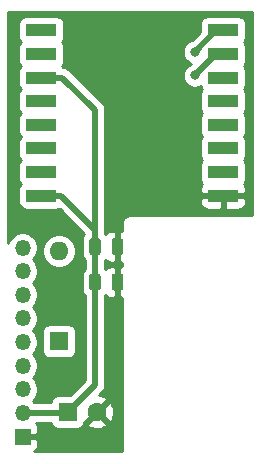
<source format=gtl>
G04 #@! TF.GenerationSoftware,KiCad,Pcbnew,(5.1.8)-1*
G04 #@! TF.CreationDate,2020-12-06T15:56:29+10:30*
G04 #@! TF.ProjectId,ArlecFanESP,41726c65-6346-4616-9e45-53502e6b6963,rev?*
G04 #@! TF.SameCoordinates,Original*
G04 #@! TF.FileFunction,Copper,L1,Top*
G04 #@! TF.FilePolarity,Positive*
%FSLAX46Y46*%
G04 Gerber Fmt 4.6, Leading zero omitted, Abs format (unit mm)*
G04 Created by KiCad (PCBNEW (5.1.8)-1) date 2020-12-06 15:56:29*
%MOMM*%
%LPD*%
G01*
G04 APERTURE LIST*
G04 #@! TA.AperFunction,SMDPad,CuDef*
%ADD10R,2.600000X1.100000*%
G04 #@! TD*
G04 #@! TA.AperFunction,ComponentPad*
%ADD11O,1.600000X1.600000*%
G04 #@! TD*
G04 #@! TA.AperFunction,ComponentPad*
%ADD12R,1.600000X1.600000*%
G04 #@! TD*
G04 #@! TA.AperFunction,ComponentPad*
%ADD13O,1.350000X1.350000*%
G04 #@! TD*
G04 #@! TA.AperFunction,ComponentPad*
%ADD14R,1.350000X1.350000*%
G04 #@! TD*
G04 #@! TA.AperFunction,ComponentPad*
%ADD15C,1.600000*%
G04 #@! TD*
G04 #@! TA.AperFunction,ViaPad*
%ADD16C,0.800000*%
G04 #@! TD*
G04 #@! TA.AperFunction,Conductor*
%ADD17C,0.250000*%
G04 #@! TD*
G04 #@! TA.AperFunction,Conductor*
%ADD18C,0.500000*%
G04 #@! TD*
G04 #@! TA.AperFunction,Conductor*
%ADD19C,0.254000*%
G04 #@! TD*
G04 #@! TA.AperFunction,Conductor*
%ADD20C,0.100000*%
G04 #@! TD*
G04 APERTURE END LIST*
G04 #@! TA.AperFunction,SMDPad,CuDef*
G36*
G01*
X129450000Y-118475000D02*
X129450000Y-117525000D01*
G75*
G02*
X129700000Y-117275000I250000J0D01*
G01*
X130200000Y-117275000D01*
G75*
G02*
X130450000Y-117525000I0J-250000D01*
G01*
X130450000Y-118475000D01*
G75*
G02*
X130200000Y-118725000I-250000J0D01*
G01*
X129700000Y-118725000D01*
G75*
G02*
X129450000Y-118475000I0J250000D01*
G01*
G37*
G04 #@! TD.AperFunction*
G04 #@! TA.AperFunction,SMDPad,CuDef*
G36*
G01*
X127550000Y-118475000D02*
X127550000Y-117525000D01*
G75*
G02*
X127800000Y-117275000I250000J0D01*
G01*
X128300000Y-117275000D01*
G75*
G02*
X128550000Y-117525000I0J-250000D01*
G01*
X128550000Y-118475000D01*
G75*
G02*
X128300000Y-118725000I-250000J0D01*
G01*
X127800000Y-118725000D01*
G75*
G02*
X127550000Y-118475000I0J250000D01*
G01*
G37*
G04 #@! TD.AperFunction*
G04 #@! TA.AperFunction,SMDPad,CuDef*
G36*
G01*
X129450000Y-121475000D02*
X129450000Y-120525000D01*
G75*
G02*
X129700000Y-120275000I250000J0D01*
G01*
X130200000Y-120275000D01*
G75*
G02*
X130450000Y-120525000I0J-250000D01*
G01*
X130450000Y-121475000D01*
G75*
G02*
X130200000Y-121725000I-250000J0D01*
G01*
X129700000Y-121725000D01*
G75*
G02*
X129450000Y-121475000I0J250000D01*
G01*
G37*
G04 #@! TD.AperFunction*
G04 #@! TA.AperFunction,SMDPad,CuDef*
G36*
G01*
X127550000Y-121475000D02*
X127550000Y-120525000D01*
G75*
G02*
X127800000Y-120275000I250000J0D01*
G01*
X128300000Y-120275000D01*
G75*
G02*
X128550000Y-120525000I0J-250000D01*
G01*
X128550000Y-121475000D01*
G75*
G02*
X128300000Y-121725000I-250000J0D01*
G01*
X127800000Y-121725000D01*
G75*
G02*
X127550000Y-121475000I0J250000D01*
G01*
G37*
G04 #@! TD.AperFunction*
D10*
X123499758Y-99680000D03*
X123499758Y-101680000D03*
X123499758Y-103680000D03*
X123499758Y-105680000D03*
X123499758Y-107680000D03*
X123499758Y-109680000D03*
X123499758Y-111680000D03*
X123499758Y-113680000D03*
X138899758Y-113680000D03*
X138899758Y-111680000D03*
X138899758Y-109680000D03*
X138899758Y-107680000D03*
X138899758Y-105680000D03*
X138899758Y-103680000D03*
X138899758Y-101680000D03*
X138899758Y-99680000D03*
D11*
X125000000Y-118380000D03*
D12*
X125000000Y-126000000D03*
D13*
X121920000Y-118080000D03*
X121920000Y-120080000D03*
X121920000Y-122080000D03*
X121920000Y-124080000D03*
X121920000Y-126080000D03*
X121920000Y-128080000D03*
X121920000Y-130080000D03*
X121920000Y-132080000D03*
D14*
X121920000Y-134080000D03*
D15*
X128230000Y-132000000D03*
D12*
X125730000Y-132000000D03*
D16*
X126000000Y-99500000D03*
X136500000Y-99500000D03*
X136500000Y-113500000D03*
X124500000Y-129000000D03*
X122000000Y-116000000D03*
X136500000Y-101500000D03*
X136500000Y-103500000D03*
D17*
X138899758Y-113680000D02*
X138899758Y-113830242D01*
X123499758Y-103680000D02*
X124000000Y-103680000D01*
X123934760Y-103680000D02*
X123499758Y-103680000D01*
D18*
X125650000Y-132080000D02*
X125730000Y-132000000D01*
X121920000Y-132080000D02*
X125650000Y-132080000D01*
X128050000Y-129680000D02*
X128050000Y-121000000D01*
X125730000Y-132000000D02*
X128050000Y-129680000D01*
X128050000Y-121000000D02*
X128050000Y-118000000D01*
X125299758Y-103680000D02*
X123499758Y-103680000D01*
X128050000Y-106430242D02*
X125299758Y-103680000D01*
X128050000Y-118000000D02*
X128050000Y-106430242D01*
X128050000Y-118000000D02*
X128050000Y-116550000D01*
X125180000Y-113680000D02*
X123499758Y-113680000D01*
X128050000Y-116550000D02*
X125180000Y-113680000D01*
X138320000Y-99680000D02*
X136500000Y-101500000D01*
X138899758Y-99680000D02*
X138320000Y-99680000D01*
X138899758Y-101680000D02*
X138149758Y-101680000D01*
X138320000Y-101680000D02*
X136500000Y-103500000D01*
X138899758Y-101680000D02*
X138320000Y-101680000D01*
D19*
X141340001Y-115340000D02*
X131032419Y-115340000D01*
X131000000Y-115336807D01*
X130967581Y-115340000D01*
X130870617Y-115349550D01*
X130746207Y-115387290D01*
X130631550Y-115448575D01*
X130531052Y-115531052D01*
X130448575Y-115631550D01*
X130387290Y-115746207D01*
X130349550Y-115870617D01*
X130336807Y-116000000D01*
X130340000Y-116032419D01*
X130340000Y-116638505D01*
X130235750Y-116640000D01*
X130077000Y-116798750D01*
X130077000Y-117873000D01*
X130097000Y-117873000D01*
X130097000Y-118127000D01*
X130077000Y-118127000D01*
X130077000Y-119201250D01*
X130235750Y-119360000D01*
X130340000Y-119361495D01*
X130340000Y-119638505D01*
X130235750Y-119640000D01*
X130077000Y-119798750D01*
X130077000Y-120873000D01*
X130097000Y-120873000D01*
X130097000Y-121127000D01*
X130077000Y-121127000D01*
X130077000Y-122201250D01*
X130235750Y-122360000D01*
X130340000Y-122361495D01*
X130340001Y-135340000D01*
X122847603Y-135340000D01*
X122949494Y-135285537D01*
X123046185Y-135206185D01*
X123125537Y-135109494D01*
X123184502Y-134999180D01*
X123220812Y-134879482D01*
X123233072Y-134755000D01*
X123230000Y-134365750D01*
X123071250Y-134207000D01*
X122047000Y-134207000D01*
X122047000Y-134227000D01*
X121793000Y-134227000D01*
X121793000Y-134207000D01*
X121773000Y-134207000D01*
X121773000Y-133953000D01*
X121793000Y-133953000D01*
X121793000Y-133933000D01*
X122047000Y-133933000D01*
X122047000Y-133953000D01*
X123071250Y-133953000D01*
X123230000Y-133794250D01*
X123233072Y-133405000D01*
X123220812Y-133280518D01*
X123184502Y-133160820D01*
X123125537Y-133050506D01*
X123055364Y-132965000D01*
X124316479Y-132965000D01*
X124340498Y-133044180D01*
X124399463Y-133154494D01*
X124478815Y-133251185D01*
X124575506Y-133330537D01*
X124685820Y-133389502D01*
X124805518Y-133425812D01*
X124930000Y-133438072D01*
X126530000Y-133438072D01*
X126654482Y-133425812D01*
X126774180Y-133389502D01*
X126884494Y-133330537D01*
X126981185Y-133251185D01*
X127060537Y-133154494D01*
X127119502Y-133044180D01*
X127135117Y-132992702D01*
X127416903Y-132992702D01*
X127488486Y-133236671D01*
X127743996Y-133357571D01*
X128018184Y-133426300D01*
X128300512Y-133440217D01*
X128580130Y-133398787D01*
X128846292Y-133303603D01*
X128971514Y-133236671D01*
X129043097Y-132992702D01*
X128230000Y-132179605D01*
X127416903Y-132992702D01*
X127135117Y-132992702D01*
X127155812Y-132924482D01*
X127168072Y-132800000D01*
X127168072Y-132792785D01*
X127237298Y-132813097D01*
X128050395Y-132000000D01*
X128409605Y-132000000D01*
X129222702Y-132813097D01*
X129466671Y-132741514D01*
X129587571Y-132486004D01*
X129656300Y-132211816D01*
X129670217Y-131929488D01*
X129628787Y-131649870D01*
X129533603Y-131383708D01*
X129466671Y-131258486D01*
X129222702Y-131186903D01*
X128409605Y-132000000D01*
X128050395Y-132000000D01*
X128036253Y-131985858D01*
X128215858Y-131806253D01*
X128230000Y-131820395D01*
X129043097Y-131007298D01*
X128971514Y-130763329D01*
X128716004Y-130642429D01*
X128441816Y-130573700D01*
X128409473Y-130572106D01*
X128645050Y-130336529D01*
X128678817Y-130308817D01*
X128789411Y-130174059D01*
X128871589Y-130020313D01*
X128922195Y-129853490D01*
X128935000Y-129723477D01*
X128935000Y-129723467D01*
X128939281Y-129680001D01*
X128935000Y-129636535D01*
X128935000Y-122098426D01*
X128998815Y-122176185D01*
X129095506Y-122255537D01*
X129205820Y-122314502D01*
X129325518Y-122350812D01*
X129450000Y-122363072D01*
X129664250Y-122360000D01*
X129823000Y-122201250D01*
X129823000Y-121127000D01*
X129803000Y-121127000D01*
X129803000Y-120873000D01*
X129823000Y-120873000D01*
X129823000Y-119798750D01*
X129664250Y-119640000D01*
X129450000Y-119636928D01*
X129325518Y-119649188D01*
X129205820Y-119685498D01*
X129095506Y-119744463D01*
X128998815Y-119823815D01*
X128935000Y-119901574D01*
X128935000Y-119098426D01*
X128998815Y-119176185D01*
X129095506Y-119255537D01*
X129205820Y-119314502D01*
X129325518Y-119350812D01*
X129450000Y-119363072D01*
X129664250Y-119360000D01*
X129823000Y-119201250D01*
X129823000Y-118127000D01*
X129803000Y-118127000D01*
X129803000Y-117873000D01*
X129823000Y-117873000D01*
X129823000Y-116798750D01*
X129664250Y-116640000D01*
X129450000Y-116636928D01*
X129325518Y-116649188D01*
X129205820Y-116685498D01*
X129095506Y-116744463D01*
X128998815Y-116823815D01*
X128935000Y-116901574D01*
X128935000Y-116593469D01*
X128939281Y-116550000D01*
X128935000Y-116506531D01*
X128935000Y-114230000D01*
X136961686Y-114230000D01*
X136973946Y-114354482D01*
X137010256Y-114474180D01*
X137069221Y-114584494D01*
X137148573Y-114681185D01*
X137245264Y-114760537D01*
X137355578Y-114819502D01*
X137475276Y-114855812D01*
X137599758Y-114868072D01*
X138614008Y-114865000D01*
X138772758Y-114706250D01*
X138772758Y-113807000D01*
X139026758Y-113807000D01*
X139026758Y-114706250D01*
X139185508Y-114865000D01*
X140199758Y-114868072D01*
X140324240Y-114855812D01*
X140443938Y-114819502D01*
X140554252Y-114760537D01*
X140650943Y-114681185D01*
X140730295Y-114584494D01*
X140789260Y-114474180D01*
X140825570Y-114354482D01*
X140837830Y-114230000D01*
X140834758Y-113965750D01*
X140676008Y-113807000D01*
X139026758Y-113807000D01*
X138772758Y-113807000D01*
X137123508Y-113807000D01*
X136964758Y-113965750D01*
X136961686Y-114230000D01*
X128935000Y-114230000D01*
X128935000Y-106473711D01*
X128939281Y-106430242D01*
X128935000Y-106386773D01*
X128935000Y-106386765D01*
X128922195Y-106256752D01*
X128871589Y-106089929D01*
X128871589Y-106089928D01*
X128789411Y-105936183D01*
X128706532Y-105835195D01*
X128706530Y-105835193D01*
X128678817Y-105801425D01*
X128645049Y-105773712D01*
X125956292Y-103084956D01*
X125928575Y-103051183D01*
X125793817Y-102940589D01*
X125640071Y-102858411D01*
X125473248Y-102807805D01*
X125343235Y-102795000D01*
X125343227Y-102795000D01*
X125340575Y-102794739D01*
X125330295Y-102775506D01*
X125251916Y-102680000D01*
X125330295Y-102584494D01*
X125389260Y-102474180D01*
X125425570Y-102354482D01*
X125437830Y-102230000D01*
X125437830Y-101398061D01*
X135465000Y-101398061D01*
X135465000Y-101601939D01*
X135504774Y-101801898D01*
X135582795Y-101990256D01*
X135696063Y-102159774D01*
X135840226Y-102303937D01*
X136009744Y-102417205D01*
X136198102Y-102495226D01*
X136222103Y-102500000D01*
X136198102Y-102504774D01*
X136009744Y-102582795D01*
X135840226Y-102696063D01*
X135696063Y-102840226D01*
X135582795Y-103009744D01*
X135504774Y-103198102D01*
X135465000Y-103398061D01*
X135465000Y-103601939D01*
X135504774Y-103801898D01*
X135582795Y-103990256D01*
X135696063Y-104159774D01*
X135840226Y-104303937D01*
X136009744Y-104417205D01*
X136198102Y-104495226D01*
X136398061Y-104535000D01*
X136601939Y-104535000D01*
X136801898Y-104495226D01*
X136990256Y-104417205D01*
X136992515Y-104415696D01*
X137010256Y-104474180D01*
X137069221Y-104584494D01*
X137147600Y-104680000D01*
X137069221Y-104775506D01*
X137010256Y-104885820D01*
X136973946Y-105005518D01*
X136961686Y-105130000D01*
X136961686Y-106230000D01*
X136973946Y-106354482D01*
X137010256Y-106474180D01*
X137069221Y-106584494D01*
X137147600Y-106680000D01*
X137069221Y-106775506D01*
X137010256Y-106885820D01*
X136973946Y-107005518D01*
X136961686Y-107130000D01*
X136961686Y-108230000D01*
X136973946Y-108354482D01*
X137010256Y-108474180D01*
X137069221Y-108584494D01*
X137147600Y-108680000D01*
X137069221Y-108775506D01*
X137010256Y-108885820D01*
X136973946Y-109005518D01*
X136961686Y-109130000D01*
X136961686Y-110230000D01*
X136973946Y-110354482D01*
X137010256Y-110474180D01*
X137069221Y-110584494D01*
X137147600Y-110680000D01*
X137069221Y-110775506D01*
X137010256Y-110885820D01*
X136973946Y-111005518D01*
X136961686Y-111130000D01*
X136961686Y-112230000D01*
X136973946Y-112354482D01*
X137010256Y-112474180D01*
X137069221Y-112584494D01*
X137147600Y-112680000D01*
X137069221Y-112775506D01*
X137010256Y-112885820D01*
X136973946Y-113005518D01*
X136961686Y-113130000D01*
X136964758Y-113394250D01*
X137123508Y-113553000D01*
X138772758Y-113553000D01*
X138772758Y-113533000D01*
X139026758Y-113533000D01*
X139026758Y-113553000D01*
X140676008Y-113553000D01*
X140834758Y-113394250D01*
X140837830Y-113130000D01*
X140825570Y-113005518D01*
X140789260Y-112885820D01*
X140730295Y-112775506D01*
X140651916Y-112680000D01*
X140730295Y-112584494D01*
X140789260Y-112474180D01*
X140825570Y-112354482D01*
X140837830Y-112230000D01*
X140837830Y-111130000D01*
X140825570Y-111005518D01*
X140789260Y-110885820D01*
X140730295Y-110775506D01*
X140651916Y-110680000D01*
X140730295Y-110584494D01*
X140789260Y-110474180D01*
X140825570Y-110354482D01*
X140837830Y-110230000D01*
X140837830Y-109130000D01*
X140825570Y-109005518D01*
X140789260Y-108885820D01*
X140730295Y-108775506D01*
X140651916Y-108680000D01*
X140730295Y-108584494D01*
X140789260Y-108474180D01*
X140825570Y-108354482D01*
X140837830Y-108230000D01*
X140837830Y-107130000D01*
X140825570Y-107005518D01*
X140789260Y-106885820D01*
X140730295Y-106775506D01*
X140651916Y-106680000D01*
X140730295Y-106584494D01*
X140789260Y-106474180D01*
X140825570Y-106354482D01*
X140837830Y-106230000D01*
X140837830Y-105130000D01*
X140825570Y-105005518D01*
X140789260Y-104885820D01*
X140730295Y-104775506D01*
X140651916Y-104680000D01*
X140730295Y-104584494D01*
X140789260Y-104474180D01*
X140825570Y-104354482D01*
X140837830Y-104230000D01*
X140837830Y-103130000D01*
X140825570Y-103005518D01*
X140789260Y-102885820D01*
X140730295Y-102775506D01*
X140651916Y-102680000D01*
X140730295Y-102584494D01*
X140789260Y-102474180D01*
X140825570Y-102354482D01*
X140837830Y-102230000D01*
X140837830Y-101130000D01*
X140825570Y-101005518D01*
X140789260Y-100885820D01*
X140730295Y-100775506D01*
X140651916Y-100680000D01*
X140730295Y-100584494D01*
X140789260Y-100474180D01*
X140825570Y-100354482D01*
X140837830Y-100230000D01*
X140837830Y-99130000D01*
X140825570Y-99005518D01*
X140789260Y-98885820D01*
X140730295Y-98775506D01*
X140650943Y-98678815D01*
X140554252Y-98599463D01*
X140443938Y-98540498D01*
X140324240Y-98504188D01*
X140199758Y-98491928D01*
X137599758Y-98491928D01*
X137475276Y-98504188D01*
X137355578Y-98540498D01*
X137245264Y-98599463D01*
X137148573Y-98678815D01*
X137069221Y-98775506D01*
X137010256Y-98885820D01*
X136973946Y-99005518D01*
X136961686Y-99130000D01*
X136961686Y-99786735D01*
X136254957Y-100493465D01*
X136198102Y-100504774D01*
X136009744Y-100582795D01*
X135840226Y-100696063D01*
X135696063Y-100840226D01*
X135582795Y-101009744D01*
X135504774Y-101198102D01*
X135465000Y-101398061D01*
X125437830Y-101398061D01*
X125437830Y-101130000D01*
X125425570Y-101005518D01*
X125389260Y-100885820D01*
X125330295Y-100775506D01*
X125251916Y-100680000D01*
X125330295Y-100584494D01*
X125389260Y-100474180D01*
X125425570Y-100354482D01*
X125437830Y-100230000D01*
X125437830Y-99130000D01*
X125425570Y-99005518D01*
X125389260Y-98885820D01*
X125330295Y-98775506D01*
X125250943Y-98678815D01*
X125154252Y-98599463D01*
X125043938Y-98540498D01*
X124924240Y-98504188D01*
X124799758Y-98491928D01*
X122199758Y-98491928D01*
X122075276Y-98504188D01*
X121955578Y-98540498D01*
X121845264Y-98599463D01*
X121748573Y-98678815D01*
X121669221Y-98775506D01*
X121610256Y-98885820D01*
X121573946Y-99005518D01*
X121561686Y-99130000D01*
X121561686Y-100230000D01*
X121573946Y-100354482D01*
X121610256Y-100474180D01*
X121669221Y-100584494D01*
X121747600Y-100680000D01*
X121669221Y-100775506D01*
X121610256Y-100885820D01*
X121573946Y-101005518D01*
X121561686Y-101130000D01*
X121561686Y-102230000D01*
X121573946Y-102354482D01*
X121610256Y-102474180D01*
X121669221Y-102584494D01*
X121747600Y-102680000D01*
X121669221Y-102775506D01*
X121610256Y-102885820D01*
X121573946Y-103005518D01*
X121561686Y-103130000D01*
X121561686Y-104230000D01*
X121573946Y-104354482D01*
X121610256Y-104474180D01*
X121669221Y-104584494D01*
X121747600Y-104680000D01*
X121669221Y-104775506D01*
X121610256Y-104885820D01*
X121573946Y-105005518D01*
X121561686Y-105130000D01*
X121561686Y-106230000D01*
X121573946Y-106354482D01*
X121610256Y-106474180D01*
X121669221Y-106584494D01*
X121747600Y-106680000D01*
X121669221Y-106775506D01*
X121610256Y-106885820D01*
X121573946Y-107005518D01*
X121561686Y-107130000D01*
X121561686Y-108230000D01*
X121573946Y-108354482D01*
X121610256Y-108474180D01*
X121669221Y-108584494D01*
X121747600Y-108680000D01*
X121669221Y-108775506D01*
X121610256Y-108885820D01*
X121573946Y-109005518D01*
X121561686Y-109130000D01*
X121561686Y-110230000D01*
X121573946Y-110354482D01*
X121610256Y-110474180D01*
X121669221Y-110584494D01*
X121747600Y-110680000D01*
X121669221Y-110775506D01*
X121610256Y-110885820D01*
X121573946Y-111005518D01*
X121561686Y-111130000D01*
X121561686Y-112230000D01*
X121573946Y-112354482D01*
X121610256Y-112474180D01*
X121669221Y-112584494D01*
X121747600Y-112680000D01*
X121669221Y-112775506D01*
X121610256Y-112885820D01*
X121573946Y-113005518D01*
X121561686Y-113130000D01*
X121561686Y-114230000D01*
X121573946Y-114354482D01*
X121610256Y-114474180D01*
X121669221Y-114584494D01*
X121748573Y-114681185D01*
X121845264Y-114760537D01*
X121955578Y-114819502D01*
X122075276Y-114855812D01*
X122199758Y-114868072D01*
X124799758Y-114868072D01*
X124924240Y-114855812D01*
X125043938Y-114819502D01*
X125059569Y-114811147D01*
X127160057Y-116911636D01*
X127061595Y-117031614D01*
X126979528Y-117185150D01*
X126928992Y-117351746D01*
X126911928Y-117525000D01*
X126911928Y-118475000D01*
X126928992Y-118648254D01*
X126979528Y-118814850D01*
X127061595Y-118968386D01*
X127165001Y-119094387D01*
X127165000Y-119905613D01*
X127061595Y-120031614D01*
X126979528Y-120185150D01*
X126928992Y-120351746D01*
X126911928Y-120525000D01*
X126911928Y-121475000D01*
X126928992Y-121648254D01*
X126979528Y-121814850D01*
X127061595Y-121968386D01*
X127165001Y-122094387D01*
X127165000Y-129313421D01*
X125916494Y-130561928D01*
X124930000Y-130561928D01*
X124805518Y-130574188D01*
X124685820Y-130610498D01*
X124575506Y-130669463D01*
X124478815Y-130748815D01*
X124399463Y-130845506D01*
X124340498Y-130955820D01*
X124304188Y-131075518D01*
X124292420Y-131195000D01*
X122887621Y-131195000D01*
X122772621Y-131080000D01*
X122937544Y-130915077D01*
X123080907Y-130700518D01*
X123179658Y-130462113D01*
X123230000Y-130209024D01*
X123230000Y-129950976D01*
X123179658Y-129697887D01*
X123080907Y-129459482D01*
X122937544Y-129244923D01*
X122772621Y-129080000D01*
X122937544Y-128915077D01*
X123080907Y-128700518D01*
X123179658Y-128462113D01*
X123230000Y-128209024D01*
X123230000Y-127950976D01*
X123179658Y-127697887D01*
X123080907Y-127459482D01*
X122937544Y-127244923D01*
X122772621Y-127080000D01*
X122937544Y-126915077D01*
X123080907Y-126700518D01*
X123179658Y-126462113D01*
X123230000Y-126209024D01*
X123230000Y-125950976D01*
X123179658Y-125697887D01*
X123080907Y-125459482D01*
X122937544Y-125244923D01*
X122892621Y-125200000D01*
X123561928Y-125200000D01*
X123561928Y-126800000D01*
X123574188Y-126924482D01*
X123610498Y-127044180D01*
X123669463Y-127154494D01*
X123748815Y-127251185D01*
X123845506Y-127330537D01*
X123955820Y-127389502D01*
X124075518Y-127425812D01*
X124200000Y-127438072D01*
X125800000Y-127438072D01*
X125924482Y-127425812D01*
X126044180Y-127389502D01*
X126154494Y-127330537D01*
X126251185Y-127251185D01*
X126330537Y-127154494D01*
X126389502Y-127044180D01*
X126425812Y-126924482D01*
X126438072Y-126800000D01*
X126438072Y-125200000D01*
X126425812Y-125075518D01*
X126389502Y-124955820D01*
X126330537Y-124845506D01*
X126251185Y-124748815D01*
X126154494Y-124669463D01*
X126044180Y-124610498D01*
X125924482Y-124574188D01*
X125800000Y-124561928D01*
X124200000Y-124561928D01*
X124075518Y-124574188D01*
X123955820Y-124610498D01*
X123845506Y-124669463D01*
X123748815Y-124748815D01*
X123669463Y-124845506D01*
X123610498Y-124955820D01*
X123574188Y-125075518D01*
X123561928Y-125200000D01*
X122892621Y-125200000D01*
X122772621Y-125080000D01*
X122937544Y-124915077D01*
X123080907Y-124700518D01*
X123179658Y-124462113D01*
X123230000Y-124209024D01*
X123230000Y-123950976D01*
X123179658Y-123697887D01*
X123080907Y-123459482D01*
X122937544Y-123244923D01*
X122772621Y-123080000D01*
X122937544Y-122915077D01*
X123080907Y-122700518D01*
X123179658Y-122462113D01*
X123230000Y-122209024D01*
X123230000Y-121950976D01*
X123179658Y-121697887D01*
X123080907Y-121459482D01*
X122937544Y-121244923D01*
X122772621Y-121080000D01*
X122937544Y-120915077D01*
X123080907Y-120700518D01*
X123179658Y-120462113D01*
X123230000Y-120209024D01*
X123230000Y-119950976D01*
X123179658Y-119697887D01*
X123080907Y-119459482D01*
X122937544Y-119244923D01*
X122772621Y-119080000D01*
X122937544Y-118915077D01*
X123080907Y-118700518D01*
X123179658Y-118462113D01*
X123224104Y-118238665D01*
X123565000Y-118238665D01*
X123565000Y-118521335D01*
X123620147Y-118798574D01*
X123728320Y-119059727D01*
X123885363Y-119294759D01*
X124085241Y-119494637D01*
X124320273Y-119651680D01*
X124581426Y-119759853D01*
X124858665Y-119815000D01*
X125141335Y-119815000D01*
X125418574Y-119759853D01*
X125679727Y-119651680D01*
X125914759Y-119494637D01*
X126114637Y-119294759D01*
X126271680Y-119059727D01*
X126379853Y-118798574D01*
X126435000Y-118521335D01*
X126435000Y-118238665D01*
X126379853Y-117961426D01*
X126271680Y-117700273D01*
X126114637Y-117465241D01*
X125914759Y-117265363D01*
X125679727Y-117108320D01*
X125418574Y-117000147D01*
X125141335Y-116945000D01*
X124858665Y-116945000D01*
X124581426Y-117000147D01*
X124320273Y-117108320D01*
X124085241Y-117265363D01*
X123885363Y-117465241D01*
X123728320Y-117700273D01*
X123620147Y-117961426D01*
X123565000Y-118238665D01*
X123224104Y-118238665D01*
X123230000Y-118209024D01*
X123230000Y-117950976D01*
X123179658Y-117697887D01*
X123080907Y-117459482D01*
X122937544Y-117244923D01*
X122755077Y-117062456D01*
X122540518Y-116919093D01*
X122302113Y-116820342D01*
X122049024Y-116770000D01*
X121790976Y-116770000D01*
X121537887Y-116820342D01*
X121299482Y-116919093D01*
X121084923Y-117062456D01*
X120902456Y-117244923D01*
X120759093Y-117459482D01*
X120660342Y-117697887D01*
X120660000Y-117699606D01*
X120660000Y-98160000D01*
X141340000Y-98160000D01*
X141340001Y-115340000D01*
G04 #@! TA.AperFunction,Conductor*
D20*
G36*
X141340001Y-115340000D02*
G01*
X131032419Y-115340000D01*
X131000000Y-115336807D01*
X130967581Y-115340000D01*
X130870617Y-115349550D01*
X130746207Y-115387290D01*
X130631550Y-115448575D01*
X130531052Y-115531052D01*
X130448575Y-115631550D01*
X130387290Y-115746207D01*
X130349550Y-115870617D01*
X130336807Y-116000000D01*
X130340000Y-116032419D01*
X130340000Y-116638505D01*
X130235750Y-116640000D01*
X130077000Y-116798750D01*
X130077000Y-117873000D01*
X130097000Y-117873000D01*
X130097000Y-118127000D01*
X130077000Y-118127000D01*
X130077000Y-119201250D01*
X130235750Y-119360000D01*
X130340000Y-119361495D01*
X130340000Y-119638505D01*
X130235750Y-119640000D01*
X130077000Y-119798750D01*
X130077000Y-120873000D01*
X130097000Y-120873000D01*
X130097000Y-121127000D01*
X130077000Y-121127000D01*
X130077000Y-122201250D01*
X130235750Y-122360000D01*
X130340000Y-122361495D01*
X130340001Y-135340000D01*
X122847603Y-135340000D01*
X122949494Y-135285537D01*
X123046185Y-135206185D01*
X123125537Y-135109494D01*
X123184502Y-134999180D01*
X123220812Y-134879482D01*
X123233072Y-134755000D01*
X123230000Y-134365750D01*
X123071250Y-134207000D01*
X122047000Y-134207000D01*
X122047000Y-134227000D01*
X121793000Y-134227000D01*
X121793000Y-134207000D01*
X121773000Y-134207000D01*
X121773000Y-133953000D01*
X121793000Y-133953000D01*
X121793000Y-133933000D01*
X122047000Y-133933000D01*
X122047000Y-133953000D01*
X123071250Y-133953000D01*
X123230000Y-133794250D01*
X123233072Y-133405000D01*
X123220812Y-133280518D01*
X123184502Y-133160820D01*
X123125537Y-133050506D01*
X123055364Y-132965000D01*
X124316479Y-132965000D01*
X124340498Y-133044180D01*
X124399463Y-133154494D01*
X124478815Y-133251185D01*
X124575506Y-133330537D01*
X124685820Y-133389502D01*
X124805518Y-133425812D01*
X124930000Y-133438072D01*
X126530000Y-133438072D01*
X126654482Y-133425812D01*
X126774180Y-133389502D01*
X126884494Y-133330537D01*
X126981185Y-133251185D01*
X127060537Y-133154494D01*
X127119502Y-133044180D01*
X127135117Y-132992702D01*
X127416903Y-132992702D01*
X127488486Y-133236671D01*
X127743996Y-133357571D01*
X128018184Y-133426300D01*
X128300512Y-133440217D01*
X128580130Y-133398787D01*
X128846292Y-133303603D01*
X128971514Y-133236671D01*
X129043097Y-132992702D01*
X128230000Y-132179605D01*
X127416903Y-132992702D01*
X127135117Y-132992702D01*
X127155812Y-132924482D01*
X127168072Y-132800000D01*
X127168072Y-132792785D01*
X127237298Y-132813097D01*
X128050395Y-132000000D01*
X128409605Y-132000000D01*
X129222702Y-132813097D01*
X129466671Y-132741514D01*
X129587571Y-132486004D01*
X129656300Y-132211816D01*
X129670217Y-131929488D01*
X129628787Y-131649870D01*
X129533603Y-131383708D01*
X129466671Y-131258486D01*
X129222702Y-131186903D01*
X128409605Y-132000000D01*
X128050395Y-132000000D01*
X128036253Y-131985858D01*
X128215858Y-131806253D01*
X128230000Y-131820395D01*
X129043097Y-131007298D01*
X128971514Y-130763329D01*
X128716004Y-130642429D01*
X128441816Y-130573700D01*
X128409473Y-130572106D01*
X128645050Y-130336529D01*
X128678817Y-130308817D01*
X128789411Y-130174059D01*
X128871589Y-130020313D01*
X128922195Y-129853490D01*
X128935000Y-129723477D01*
X128935000Y-129723467D01*
X128939281Y-129680001D01*
X128935000Y-129636535D01*
X128935000Y-122098426D01*
X128998815Y-122176185D01*
X129095506Y-122255537D01*
X129205820Y-122314502D01*
X129325518Y-122350812D01*
X129450000Y-122363072D01*
X129664250Y-122360000D01*
X129823000Y-122201250D01*
X129823000Y-121127000D01*
X129803000Y-121127000D01*
X129803000Y-120873000D01*
X129823000Y-120873000D01*
X129823000Y-119798750D01*
X129664250Y-119640000D01*
X129450000Y-119636928D01*
X129325518Y-119649188D01*
X129205820Y-119685498D01*
X129095506Y-119744463D01*
X128998815Y-119823815D01*
X128935000Y-119901574D01*
X128935000Y-119098426D01*
X128998815Y-119176185D01*
X129095506Y-119255537D01*
X129205820Y-119314502D01*
X129325518Y-119350812D01*
X129450000Y-119363072D01*
X129664250Y-119360000D01*
X129823000Y-119201250D01*
X129823000Y-118127000D01*
X129803000Y-118127000D01*
X129803000Y-117873000D01*
X129823000Y-117873000D01*
X129823000Y-116798750D01*
X129664250Y-116640000D01*
X129450000Y-116636928D01*
X129325518Y-116649188D01*
X129205820Y-116685498D01*
X129095506Y-116744463D01*
X128998815Y-116823815D01*
X128935000Y-116901574D01*
X128935000Y-116593469D01*
X128939281Y-116550000D01*
X128935000Y-116506531D01*
X128935000Y-114230000D01*
X136961686Y-114230000D01*
X136973946Y-114354482D01*
X137010256Y-114474180D01*
X137069221Y-114584494D01*
X137148573Y-114681185D01*
X137245264Y-114760537D01*
X137355578Y-114819502D01*
X137475276Y-114855812D01*
X137599758Y-114868072D01*
X138614008Y-114865000D01*
X138772758Y-114706250D01*
X138772758Y-113807000D01*
X139026758Y-113807000D01*
X139026758Y-114706250D01*
X139185508Y-114865000D01*
X140199758Y-114868072D01*
X140324240Y-114855812D01*
X140443938Y-114819502D01*
X140554252Y-114760537D01*
X140650943Y-114681185D01*
X140730295Y-114584494D01*
X140789260Y-114474180D01*
X140825570Y-114354482D01*
X140837830Y-114230000D01*
X140834758Y-113965750D01*
X140676008Y-113807000D01*
X139026758Y-113807000D01*
X138772758Y-113807000D01*
X137123508Y-113807000D01*
X136964758Y-113965750D01*
X136961686Y-114230000D01*
X128935000Y-114230000D01*
X128935000Y-106473711D01*
X128939281Y-106430242D01*
X128935000Y-106386773D01*
X128935000Y-106386765D01*
X128922195Y-106256752D01*
X128871589Y-106089929D01*
X128871589Y-106089928D01*
X128789411Y-105936183D01*
X128706532Y-105835195D01*
X128706530Y-105835193D01*
X128678817Y-105801425D01*
X128645049Y-105773712D01*
X125956292Y-103084956D01*
X125928575Y-103051183D01*
X125793817Y-102940589D01*
X125640071Y-102858411D01*
X125473248Y-102807805D01*
X125343235Y-102795000D01*
X125343227Y-102795000D01*
X125340575Y-102794739D01*
X125330295Y-102775506D01*
X125251916Y-102680000D01*
X125330295Y-102584494D01*
X125389260Y-102474180D01*
X125425570Y-102354482D01*
X125437830Y-102230000D01*
X125437830Y-101398061D01*
X135465000Y-101398061D01*
X135465000Y-101601939D01*
X135504774Y-101801898D01*
X135582795Y-101990256D01*
X135696063Y-102159774D01*
X135840226Y-102303937D01*
X136009744Y-102417205D01*
X136198102Y-102495226D01*
X136222103Y-102500000D01*
X136198102Y-102504774D01*
X136009744Y-102582795D01*
X135840226Y-102696063D01*
X135696063Y-102840226D01*
X135582795Y-103009744D01*
X135504774Y-103198102D01*
X135465000Y-103398061D01*
X135465000Y-103601939D01*
X135504774Y-103801898D01*
X135582795Y-103990256D01*
X135696063Y-104159774D01*
X135840226Y-104303937D01*
X136009744Y-104417205D01*
X136198102Y-104495226D01*
X136398061Y-104535000D01*
X136601939Y-104535000D01*
X136801898Y-104495226D01*
X136990256Y-104417205D01*
X136992515Y-104415696D01*
X137010256Y-104474180D01*
X137069221Y-104584494D01*
X137147600Y-104680000D01*
X137069221Y-104775506D01*
X137010256Y-104885820D01*
X136973946Y-105005518D01*
X136961686Y-105130000D01*
X136961686Y-106230000D01*
X136973946Y-106354482D01*
X137010256Y-106474180D01*
X137069221Y-106584494D01*
X137147600Y-106680000D01*
X137069221Y-106775506D01*
X137010256Y-106885820D01*
X136973946Y-107005518D01*
X136961686Y-107130000D01*
X136961686Y-108230000D01*
X136973946Y-108354482D01*
X137010256Y-108474180D01*
X137069221Y-108584494D01*
X137147600Y-108680000D01*
X137069221Y-108775506D01*
X137010256Y-108885820D01*
X136973946Y-109005518D01*
X136961686Y-109130000D01*
X136961686Y-110230000D01*
X136973946Y-110354482D01*
X137010256Y-110474180D01*
X137069221Y-110584494D01*
X137147600Y-110680000D01*
X137069221Y-110775506D01*
X137010256Y-110885820D01*
X136973946Y-111005518D01*
X136961686Y-111130000D01*
X136961686Y-112230000D01*
X136973946Y-112354482D01*
X137010256Y-112474180D01*
X137069221Y-112584494D01*
X137147600Y-112680000D01*
X137069221Y-112775506D01*
X137010256Y-112885820D01*
X136973946Y-113005518D01*
X136961686Y-113130000D01*
X136964758Y-113394250D01*
X137123508Y-113553000D01*
X138772758Y-113553000D01*
X138772758Y-113533000D01*
X139026758Y-113533000D01*
X139026758Y-113553000D01*
X140676008Y-113553000D01*
X140834758Y-113394250D01*
X140837830Y-113130000D01*
X140825570Y-113005518D01*
X140789260Y-112885820D01*
X140730295Y-112775506D01*
X140651916Y-112680000D01*
X140730295Y-112584494D01*
X140789260Y-112474180D01*
X140825570Y-112354482D01*
X140837830Y-112230000D01*
X140837830Y-111130000D01*
X140825570Y-111005518D01*
X140789260Y-110885820D01*
X140730295Y-110775506D01*
X140651916Y-110680000D01*
X140730295Y-110584494D01*
X140789260Y-110474180D01*
X140825570Y-110354482D01*
X140837830Y-110230000D01*
X140837830Y-109130000D01*
X140825570Y-109005518D01*
X140789260Y-108885820D01*
X140730295Y-108775506D01*
X140651916Y-108680000D01*
X140730295Y-108584494D01*
X140789260Y-108474180D01*
X140825570Y-108354482D01*
X140837830Y-108230000D01*
X140837830Y-107130000D01*
X140825570Y-107005518D01*
X140789260Y-106885820D01*
X140730295Y-106775506D01*
X140651916Y-106680000D01*
X140730295Y-106584494D01*
X140789260Y-106474180D01*
X140825570Y-106354482D01*
X140837830Y-106230000D01*
X140837830Y-105130000D01*
X140825570Y-105005518D01*
X140789260Y-104885820D01*
X140730295Y-104775506D01*
X140651916Y-104680000D01*
X140730295Y-104584494D01*
X140789260Y-104474180D01*
X140825570Y-104354482D01*
X140837830Y-104230000D01*
X140837830Y-103130000D01*
X140825570Y-103005518D01*
X140789260Y-102885820D01*
X140730295Y-102775506D01*
X140651916Y-102680000D01*
X140730295Y-102584494D01*
X140789260Y-102474180D01*
X140825570Y-102354482D01*
X140837830Y-102230000D01*
X140837830Y-101130000D01*
X140825570Y-101005518D01*
X140789260Y-100885820D01*
X140730295Y-100775506D01*
X140651916Y-100680000D01*
X140730295Y-100584494D01*
X140789260Y-100474180D01*
X140825570Y-100354482D01*
X140837830Y-100230000D01*
X140837830Y-99130000D01*
X140825570Y-99005518D01*
X140789260Y-98885820D01*
X140730295Y-98775506D01*
X140650943Y-98678815D01*
X140554252Y-98599463D01*
X140443938Y-98540498D01*
X140324240Y-98504188D01*
X140199758Y-98491928D01*
X137599758Y-98491928D01*
X137475276Y-98504188D01*
X137355578Y-98540498D01*
X137245264Y-98599463D01*
X137148573Y-98678815D01*
X137069221Y-98775506D01*
X137010256Y-98885820D01*
X136973946Y-99005518D01*
X136961686Y-99130000D01*
X136961686Y-99786735D01*
X136254957Y-100493465D01*
X136198102Y-100504774D01*
X136009744Y-100582795D01*
X135840226Y-100696063D01*
X135696063Y-100840226D01*
X135582795Y-101009744D01*
X135504774Y-101198102D01*
X135465000Y-101398061D01*
X125437830Y-101398061D01*
X125437830Y-101130000D01*
X125425570Y-101005518D01*
X125389260Y-100885820D01*
X125330295Y-100775506D01*
X125251916Y-100680000D01*
X125330295Y-100584494D01*
X125389260Y-100474180D01*
X125425570Y-100354482D01*
X125437830Y-100230000D01*
X125437830Y-99130000D01*
X125425570Y-99005518D01*
X125389260Y-98885820D01*
X125330295Y-98775506D01*
X125250943Y-98678815D01*
X125154252Y-98599463D01*
X125043938Y-98540498D01*
X124924240Y-98504188D01*
X124799758Y-98491928D01*
X122199758Y-98491928D01*
X122075276Y-98504188D01*
X121955578Y-98540498D01*
X121845264Y-98599463D01*
X121748573Y-98678815D01*
X121669221Y-98775506D01*
X121610256Y-98885820D01*
X121573946Y-99005518D01*
X121561686Y-99130000D01*
X121561686Y-100230000D01*
X121573946Y-100354482D01*
X121610256Y-100474180D01*
X121669221Y-100584494D01*
X121747600Y-100680000D01*
X121669221Y-100775506D01*
X121610256Y-100885820D01*
X121573946Y-101005518D01*
X121561686Y-101130000D01*
X121561686Y-102230000D01*
X121573946Y-102354482D01*
X121610256Y-102474180D01*
X121669221Y-102584494D01*
X121747600Y-102680000D01*
X121669221Y-102775506D01*
X121610256Y-102885820D01*
X121573946Y-103005518D01*
X121561686Y-103130000D01*
X121561686Y-104230000D01*
X121573946Y-104354482D01*
X121610256Y-104474180D01*
X121669221Y-104584494D01*
X121747600Y-104680000D01*
X121669221Y-104775506D01*
X121610256Y-104885820D01*
X121573946Y-105005518D01*
X121561686Y-105130000D01*
X121561686Y-106230000D01*
X121573946Y-106354482D01*
X121610256Y-106474180D01*
X121669221Y-106584494D01*
X121747600Y-106680000D01*
X121669221Y-106775506D01*
X121610256Y-106885820D01*
X121573946Y-107005518D01*
X121561686Y-107130000D01*
X121561686Y-108230000D01*
X121573946Y-108354482D01*
X121610256Y-108474180D01*
X121669221Y-108584494D01*
X121747600Y-108680000D01*
X121669221Y-108775506D01*
X121610256Y-108885820D01*
X121573946Y-109005518D01*
X121561686Y-109130000D01*
X121561686Y-110230000D01*
X121573946Y-110354482D01*
X121610256Y-110474180D01*
X121669221Y-110584494D01*
X121747600Y-110680000D01*
X121669221Y-110775506D01*
X121610256Y-110885820D01*
X121573946Y-111005518D01*
X121561686Y-111130000D01*
X121561686Y-112230000D01*
X121573946Y-112354482D01*
X121610256Y-112474180D01*
X121669221Y-112584494D01*
X121747600Y-112680000D01*
X121669221Y-112775506D01*
X121610256Y-112885820D01*
X121573946Y-113005518D01*
X121561686Y-113130000D01*
X121561686Y-114230000D01*
X121573946Y-114354482D01*
X121610256Y-114474180D01*
X121669221Y-114584494D01*
X121748573Y-114681185D01*
X121845264Y-114760537D01*
X121955578Y-114819502D01*
X122075276Y-114855812D01*
X122199758Y-114868072D01*
X124799758Y-114868072D01*
X124924240Y-114855812D01*
X125043938Y-114819502D01*
X125059569Y-114811147D01*
X127160057Y-116911636D01*
X127061595Y-117031614D01*
X126979528Y-117185150D01*
X126928992Y-117351746D01*
X126911928Y-117525000D01*
X126911928Y-118475000D01*
X126928992Y-118648254D01*
X126979528Y-118814850D01*
X127061595Y-118968386D01*
X127165001Y-119094387D01*
X127165000Y-119905613D01*
X127061595Y-120031614D01*
X126979528Y-120185150D01*
X126928992Y-120351746D01*
X126911928Y-120525000D01*
X126911928Y-121475000D01*
X126928992Y-121648254D01*
X126979528Y-121814850D01*
X127061595Y-121968386D01*
X127165001Y-122094387D01*
X127165000Y-129313421D01*
X125916494Y-130561928D01*
X124930000Y-130561928D01*
X124805518Y-130574188D01*
X124685820Y-130610498D01*
X124575506Y-130669463D01*
X124478815Y-130748815D01*
X124399463Y-130845506D01*
X124340498Y-130955820D01*
X124304188Y-131075518D01*
X124292420Y-131195000D01*
X122887621Y-131195000D01*
X122772621Y-131080000D01*
X122937544Y-130915077D01*
X123080907Y-130700518D01*
X123179658Y-130462113D01*
X123230000Y-130209024D01*
X123230000Y-129950976D01*
X123179658Y-129697887D01*
X123080907Y-129459482D01*
X122937544Y-129244923D01*
X122772621Y-129080000D01*
X122937544Y-128915077D01*
X123080907Y-128700518D01*
X123179658Y-128462113D01*
X123230000Y-128209024D01*
X123230000Y-127950976D01*
X123179658Y-127697887D01*
X123080907Y-127459482D01*
X122937544Y-127244923D01*
X122772621Y-127080000D01*
X122937544Y-126915077D01*
X123080907Y-126700518D01*
X123179658Y-126462113D01*
X123230000Y-126209024D01*
X123230000Y-125950976D01*
X123179658Y-125697887D01*
X123080907Y-125459482D01*
X122937544Y-125244923D01*
X122892621Y-125200000D01*
X123561928Y-125200000D01*
X123561928Y-126800000D01*
X123574188Y-126924482D01*
X123610498Y-127044180D01*
X123669463Y-127154494D01*
X123748815Y-127251185D01*
X123845506Y-127330537D01*
X123955820Y-127389502D01*
X124075518Y-127425812D01*
X124200000Y-127438072D01*
X125800000Y-127438072D01*
X125924482Y-127425812D01*
X126044180Y-127389502D01*
X126154494Y-127330537D01*
X126251185Y-127251185D01*
X126330537Y-127154494D01*
X126389502Y-127044180D01*
X126425812Y-126924482D01*
X126438072Y-126800000D01*
X126438072Y-125200000D01*
X126425812Y-125075518D01*
X126389502Y-124955820D01*
X126330537Y-124845506D01*
X126251185Y-124748815D01*
X126154494Y-124669463D01*
X126044180Y-124610498D01*
X125924482Y-124574188D01*
X125800000Y-124561928D01*
X124200000Y-124561928D01*
X124075518Y-124574188D01*
X123955820Y-124610498D01*
X123845506Y-124669463D01*
X123748815Y-124748815D01*
X123669463Y-124845506D01*
X123610498Y-124955820D01*
X123574188Y-125075518D01*
X123561928Y-125200000D01*
X122892621Y-125200000D01*
X122772621Y-125080000D01*
X122937544Y-124915077D01*
X123080907Y-124700518D01*
X123179658Y-124462113D01*
X123230000Y-124209024D01*
X123230000Y-123950976D01*
X123179658Y-123697887D01*
X123080907Y-123459482D01*
X122937544Y-123244923D01*
X122772621Y-123080000D01*
X122937544Y-122915077D01*
X123080907Y-122700518D01*
X123179658Y-122462113D01*
X123230000Y-122209024D01*
X123230000Y-121950976D01*
X123179658Y-121697887D01*
X123080907Y-121459482D01*
X122937544Y-121244923D01*
X122772621Y-121080000D01*
X122937544Y-120915077D01*
X123080907Y-120700518D01*
X123179658Y-120462113D01*
X123230000Y-120209024D01*
X123230000Y-119950976D01*
X123179658Y-119697887D01*
X123080907Y-119459482D01*
X122937544Y-119244923D01*
X122772621Y-119080000D01*
X122937544Y-118915077D01*
X123080907Y-118700518D01*
X123179658Y-118462113D01*
X123224104Y-118238665D01*
X123565000Y-118238665D01*
X123565000Y-118521335D01*
X123620147Y-118798574D01*
X123728320Y-119059727D01*
X123885363Y-119294759D01*
X124085241Y-119494637D01*
X124320273Y-119651680D01*
X124581426Y-119759853D01*
X124858665Y-119815000D01*
X125141335Y-119815000D01*
X125418574Y-119759853D01*
X125679727Y-119651680D01*
X125914759Y-119494637D01*
X126114637Y-119294759D01*
X126271680Y-119059727D01*
X126379853Y-118798574D01*
X126435000Y-118521335D01*
X126435000Y-118238665D01*
X126379853Y-117961426D01*
X126271680Y-117700273D01*
X126114637Y-117465241D01*
X125914759Y-117265363D01*
X125679727Y-117108320D01*
X125418574Y-117000147D01*
X125141335Y-116945000D01*
X124858665Y-116945000D01*
X124581426Y-117000147D01*
X124320273Y-117108320D01*
X124085241Y-117265363D01*
X123885363Y-117465241D01*
X123728320Y-117700273D01*
X123620147Y-117961426D01*
X123565000Y-118238665D01*
X123224104Y-118238665D01*
X123230000Y-118209024D01*
X123230000Y-117950976D01*
X123179658Y-117697887D01*
X123080907Y-117459482D01*
X122937544Y-117244923D01*
X122755077Y-117062456D01*
X122540518Y-116919093D01*
X122302113Y-116820342D01*
X122049024Y-116770000D01*
X121790976Y-116770000D01*
X121537887Y-116820342D01*
X121299482Y-116919093D01*
X121084923Y-117062456D01*
X120902456Y-117244923D01*
X120759093Y-117459482D01*
X120660342Y-117697887D01*
X120660000Y-117699606D01*
X120660000Y-98160000D01*
X141340000Y-98160000D01*
X141340001Y-115340000D01*
G37*
G04 #@! TD.AperFunction*
M02*

</source>
